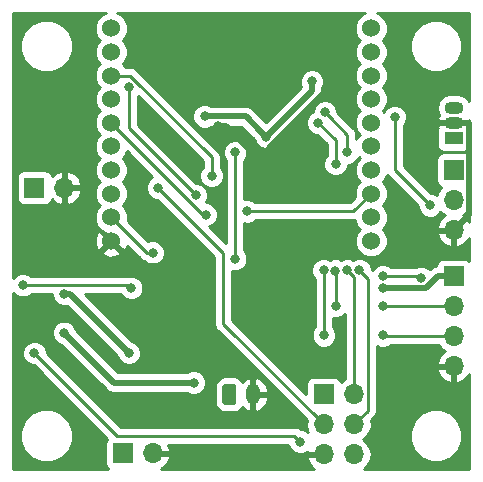
<source format=gbl>
G04 #@! TF.GenerationSoftware,KiCad,Pcbnew,5.0.2-bee76a0~70~ubuntu18.10.1*
G04 #@! TF.CreationDate,2019-06-30T16:33:55+01:00*
G04 #@! TF.ProjectId,xbee-sensor,78626565-2d73-4656-9e73-6f722e6b6963,rev?*
G04 #@! TF.SameCoordinates,Original*
G04 #@! TF.FileFunction,Copper,L2,Bot*
G04 #@! TF.FilePolarity,Positive*
%FSLAX46Y46*%
G04 Gerber Fmt 4.6, Leading zero omitted, Abs format (unit mm)*
G04 Created by KiCad (PCBNEW 5.0.2-bee76a0~70~ubuntu18.10.1) date Sun 30 Jun 2019 16:33:55 BST*
%MOMM*%
%LPD*%
G01*
G04 APERTURE LIST*
G04 #@! TA.AperFunction,ComponentPad*
%ADD10R,1.700000X1.700000*%
G04 #@! TD*
G04 #@! TA.AperFunction,ComponentPad*
%ADD11O,1.700000X1.700000*%
G04 #@! TD*
G04 #@! TA.AperFunction,Conductor*
%ADD12C,0.100000*%
G04 #@! TD*
G04 #@! TA.AperFunction,ComponentPad*
%ADD13C,1.200000*%
G04 #@! TD*
G04 #@! TA.AperFunction,ComponentPad*
%ADD14O,1.200000X1.750000*%
G04 #@! TD*
G04 #@! TA.AperFunction,ComponentPad*
%ADD15C,1.524000*%
G04 #@! TD*
G04 #@! TA.AperFunction,ComponentPad*
%ADD16R,1.600000X1.100000*%
G04 #@! TD*
G04 #@! TA.AperFunction,ComponentPad*
%ADD17O,1.600000X1.100000*%
G04 #@! TD*
G04 #@! TA.AperFunction,ViaPad*
%ADD18C,0.800000*%
G04 #@! TD*
G04 #@! TA.AperFunction,Conductor*
%ADD19C,0.500000*%
G04 #@! TD*
G04 #@! TA.AperFunction,Conductor*
%ADD20C,0.250000*%
G04 #@! TD*
G04 #@! TA.AperFunction,Conductor*
%ADD21C,0.254000*%
G04 #@! TD*
G04 APERTURE END LIST*
D10*
G04 #@! TO.P,J1,1*
G04 #@! TO.N,SOLAR*
X132000000Y-113000000D03*
D11*
G04 #@! TO.P,J1,2*
G04 #@! TO.N,GND*
X134540000Y-113000000D03*
G04 #@! TD*
D10*
G04 #@! TO.P,J2,1*
G04 #@! TO.N,+3V3*
X149000000Y-108000000D03*
D11*
G04 #@! TO.P,J2,2*
G04 #@! TO.N,SWDIO*
X151540000Y-108000000D03*
G04 #@! TO.P,J2,3*
G04 #@! TO.N,NRST*
X149000000Y-110540000D03*
G04 #@! TO.P,J2,4*
G04 #@! TO.N,SWCLK*
X151540000Y-110540000D03*
G04 #@! TO.P,J2,5*
G04 #@! TO.N,GND*
X149000000Y-113080000D03*
G04 #@! TO.P,J2,6*
G04 #@! TO.N,Net-(J2-Pad6)*
X151540000Y-113080000D03*
G04 #@! TD*
D10*
G04 #@! TO.P,J3,1*
G04 #@! TO.N,+3V3*
X160000000Y-98000000D03*
D11*
G04 #@! TO.P,J3,2*
G04 #@! TO.N,I2C_SDA*
X160000000Y-100540000D03*
G04 #@! TO.P,J3,3*
G04 #@! TO.N,I2C_SCL*
X160000000Y-103080000D03*
G04 #@! TO.P,J3,4*
G04 #@! TO.N,GND*
X160000000Y-105620000D03*
G04 #@! TD*
D12*
G04 #@! TO.N,BATTERY*
G04 #@! TO.C,J4*
G36*
X141374505Y-107126204D02*
X141398773Y-107129804D01*
X141422572Y-107135765D01*
X141445671Y-107144030D01*
X141467850Y-107154520D01*
X141488893Y-107167132D01*
X141508599Y-107181747D01*
X141526777Y-107198223D01*
X141543253Y-107216401D01*
X141557868Y-107236107D01*
X141570480Y-107257150D01*
X141580970Y-107279329D01*
X141589235Y-107302428D01*
X141595196Y-107326227D01*
X141598796Y-107350495D01*
X141600000Y-107374999D01*
X141600000Y-108625001D01*
X141598796Y-108649505D01*
X141595196Y-108673773D01*
X141589235Y-108697572D01*
X141580970Y-108720671D01*
X141570480Y-108742850D01*
X141557868Y-108763893D01*
X141543253Y-108783599D01*
X141526777Y-108801777D01*
X141508599Y-108818253D01*
X141488893Y-108832868D01*
X141467850Y-108845480D01*
X141445671Y-108855970D01*
X141422572Y-108864235D01*
X141398773Y-108870196D01*
X141374505Y-108873796D01*
X141350001Y-108875000D01*
X140649999Y-108875000D01*
X140625495Y-108873796D01*
X140601227Y-108870196D01*
X140577428Y-108864235D01*
X140554329Y-108855970D01*
X140532150Y-108845480D01*
X140511107Y-108832868D01*
X140491401Y-108818253D01*
X140473223Y-108801777D01*
X140456747Y-108783599D01*
X140442132Y-108763893D01*
X140429520Y-108742850D01*
X140419030Y-108720671D01*
X140410765Y-108697572D01*
X140404804Y-108673773D01*
X140401204Y-108649505D01*
X140400000Y-108625001D01*
X140400000Y-107374999D01*
X140401204Y-107350495D01*
X140404804Y-107326227D01*
X140410765Y-107302428D01*
X140419030Y-107279329D01*
X140429520Y-107257150D01*
X140442132Y-107236107D01*
X140456747Y-107216401D01*
X140473223Y-107198223D01*
X140491401Y-107181747D01*
X140511107Y-107167132D01*
X140532150Y-107154520D01*
X140554329Y-107144030D01*
X140577428Y-107135765D01*
X140601227Y-107129804D01*
X140625495Y-107126204D01*
X140649999Y-107125000D01*
X141350001Y-107125000D01*
X141374505Y-107126204D01*
X141374505Y-107126204D01*
G37*
D13*
G04 #@! TD*
G04 #@! TO.P,J4,1*
G04 #@! TO.N,BATTERY*
X141000000Y-108000000D03*
D14*
G04 #@! TO.P,J4,2*
G04 #@! TO.N,GND*
X143000000Y-108000000D03*
G04 #@! TD*
D10*
G04 #@! TO.P,J5,1*
G04 #@! TO.N,PIR_PWR*
X160000000Y-89000000D03*
D11*
G04 #@! TO.P,J5,2*
G04 #@! TO.N,PIR*
X160000000Y-91540000D03*
G04 #@! TO.P,J5,3*
G04 #@! TO.N,GND*
X160000000Y-94080000D03*
G04 #@! TD*
D15*
G04 #@! TO.P,U3,1*
G04 #@! TO.N,XBEE_PWR*
X131000000Y-77000000D03*
G04 #@! TO.P,U3,2*
G04 #@! TO.N,XB_RX*
X131000000Y-79000000D03*
G04 #@! TO.P,U3,3*
G04 #@! TO.N,XB_TX*
X131000000Y-81000000D03*
G04 #@! TO.P,U3,4*
G04 #@! TO.N,Net-(U3-Pad4)*
X131000000Y-83000000D03*
G04 #@! TO.P,U3,5*
G04 #@! TO.N,XB_RESET*
X131000000Y-85000000D03*
G04 #@! TO.P,U3,6*
G04 #@! TO.N,Net-(U3-Pad6)*
X131000000Y-87000000D03*
G04 #@! TO.P,U3,7*
G04 #@! TO.N,Net-(U3-Pad7)*
X131000000Y-89000000D03*
G04 #@! TO.P,U3,8*
G04 #@! TO.N,Net-(U3-Pad8)*
X131000000Y-91000000D03*
G04 #@! TO.P,U3,9*
G04 #@! TO.N,XB_SLEEP_REQ*
X131000000Y-93000000D03*
G04 #@! TO.P,U3,10*
G04 #@! TO.N,GND*
X131000000Y-95000000D03*
G04 #@! TO.P,U3,11*
G04 #@! TO.N,Net-(U3-Pad11)*
X153000000Y-95000000D03*
G04 #@! TO.P,U3,12*
G04 #@! TO.N,Net-(U3-Pad12)*
X153000000Y-93000000D03*
G04 #@! TO.P,U3,13*
G04 #@! TO.N,XB_ON*
X153000000Y-91000000D03*
G04 #@! TO.P,U3,14*
G04 #@! TO.N,Net-(U3-Pad14)*
X153000000Y-89000000D03*
G04 #@! TO.P,U3,15*
G04 #@! TO.N,Net-(U3-Pad15)*
X153000000Y-87000000D03*
G04 #@! TO.P,U3,16*
G04 #@! TO.N,Net-(U3-Pad16)*
X153000000Y-85000000D03*
G04 #@! TO.P,U3,17*
G04 #@! TO.N,Net-(U3-Pad17)*
X153000000Y-83000000D03*
G04 #@! TO.P,U3,18*
G04 #@! TO.N,Net-(U3-Pad18)*
X153000000Y-81000000D03*
G04 #@! TO.P,U3,19*
G04 #@! TO.N,Net-(U3-Pad19)*
X153000000Y-79000000D03*
G04 #@! TO.P,U3,20*
G04 #@! TO.N,Net-(U3-Pad20)*
X153000000Y-77000000D03*
G04 #@! TD*
D16*
G04 #@! TO.P,U5,1*
G04 #@! TO.N,+3V3*
X160000000Y-86270000D03*
D17*
G04 #@! TO.P,U5,2*
G04 #@! TO.N,GND*
X160000000Y-85000000D03*
G04 #@! TO.P,U5,3*
G04 #@! TO.N,HALL*
X160000000Y-83730000D03*
G04 #@! TD*
D10*
G04 #@! TO.P,JP1,1*
G04 #@! TO.N,LED_GND*
X124500000Y-90500000D03*
D11*
G04 #@! TO.P,JP1,2*
G04 #@! TO.N,GND*
X127040000Y-90500000D03*
G04 #@! TD*
D18*
G04 #@! TO.N,SOLAR*
X132500000Y-104500000D03*
X127000000Y-99477334D03*
G04 #@! TO.N,GND*
X144349989Y-89468638D03*
X140000000Y-85306327D03*
X139000000Y-97500000D03*
X149500000Y-82000000D03*
G04 #@! TO.N,BATTERY*
X138000000Y-107000000D03*
X127000000Y-102787500D03*
G04 #@! TO.N,+3V3*
X138898289Y-84456317D03*
X154000000Y-99000000D03*
X148000000Y-81500000D03*
X144106396Y-86191507D03*
G04 #@! TO.N,NRST*
X134949966Y-90499683D03*
G04 #@! TO.N,PIR*
X154000000Y-98000000D03*
X157250000Y-98149990D03*
G04 #@! TO.N,SWDIO*
X151000000Y-97500000D03*
X150000000Y-88500000D03*
X148500000Y-85000000D03*
G04 #@! TO.N,SWCLK*
X151000000Y-87500000D03*
X152011778Y-97486458D03*
X149101048Y-84101048D03*
G04 #@! TO.N,I2C_SDA*
X150000000Y-100500000D03*
X154000000Y-100500000D03*
X149987340Y-97512660D03*
G04 #@! TO.N,I2C_SCL*
X149000000Y-103000000D03*
X154000000Y-103000000D03*
X148987411Y-97499839D03*
G04 #@! TO.N,~LED_EN*
X141500000Y-87500000D03*
X141500000Y-96500000D03*
G04 #@! TO.N,LED_GND*
X123500000Y-98752324D03*
X124500000Y-104500000D03*
X147000000Y-112000000D03*
X132689808Y-99000005D03*
X158000000Y-92000000D03*
X155000000Y-84500000D03*
G04 #@! TO.N,XB_RX*
X132500000Y-82000000D03*
X138150155Y-91124835D03*
G04 #@! TO.N,XB_TX*
X139500000Y-89500000D03*
G04 #@! TO.N,XB_RESET*
X138982102Y-92774990D03*
G04 #@! TO.N,XB_SLEEP_REQ*
X134500000Y-96000000D03*
G04 #@! TO.N,XB_ON*
X142500000Y-92500000D03*
G04 #@! TD*
D19*
G04 #@! TO.N,SOLAR*
X127477334Y-99477334D02*
X127000000Y-99477334D01*
X132500000Y-104500000D02*
X127477334Y-99477334D01*
G04 #@! TO.N,GND*
X144349989Y-89468638D02*
X144349989Y-88902953D01*
X140753363Y-85306327D02*
X140565685Y-85306327D01*
X140565685Y-85306327D02*
X140000000Y-85306327D01*
X144349989Y-88902953D02*
X140753363Y-85306327D01*
X133100001Y-97100001D02*
X138600001Y-97100001D01*
X138600001Y-97100001D02*
X139000000Y-97500000D01*
X131000000Y-95000000D02*
X133100001Y-97100001D01*
X161300000Y-85000000D02*
X160000000Y-85000000D01*
X161300001Y-92779999D02*
X161300000Y-85000000D01*
X160000000Y-94080000D02*
X161300001Y-92779999D01*
X144349989Y-89468638D02*
X144349989Y-87150011D01*
X144349989Y-87150011D02*
X149500000Y-82000000D01*
G04 #@! TO.N,BATTERY*
X138000000Y-107000000D02*
X131212500Y-107000000D01*
X131212500Y-107000000D02*
X127000000Y-102787500D01*
G04 #@! TO.N,+3V3*
X160000000Y-98000000D02*
X158650000Y-98000000D01*
X158650000Y-98000000D02*
X157650000Y-99000000D01*
X157650000Y-99000000D02*
X154000000Y-99000000D01*
X142371206Y-84456317D02*
X143706397Y-85791508D01*
X148000000Y-82297903D02*
X144506395Y-85791508D01*
X144506395Y-85791508D02*
X144106396Y-86191507D01*
X143706397Y-85791508D02*
X144106396Y-86191507D01*
X138898289Y-84456317D02*
X142371206Y-84456317D01*
X148000000Y-81500000D02*
X148000000Y-82297903D01*
D20*
G04 #@! TO.N,NRST*
X134949966Y-90499683D02*
X140500000Y-96049717D01*
X140500000Y-102040000D02*
X149000000Y-110540000D01*
X140500000Y-96049717D02*
X140500000Y-102040000D01*
G04 #@! TO.N,PIR*
X157100010Y-98000000D02*
X157250000Y-98149990D01*
X154000000Y-98000000D02*
X157100010Y-98000000D01*
G04 #@! TO.N,SWDIO*
X151540000Y-108000000D02*
X151540000Y-98040000D01*
X151540000Y-98040000D02*
X151000000Y-97500000D01*
X150000000Y-86500000D02*
X148500000Y-85000000D01*
X150000000Y-88500000D02*
X150000000Y-86500000D01*
G04 #@! TO.N,SWCLK*
X152411777Y-97886457D02*
X152011778Y-97486458D01*
X151540000Y-110540000D02*
X152715001Y-109364999D01*
X152715001Y-109364999D02*
X152715001Y-98189681D01*
X152715001Y-98189681D02*
X152411777Y-97886457D01*
X151000000Y-87500000D02*
X151000000Y-86000000D01*
X149501047Y-84501047D02*
X149101048Y-84101048D01*
X151000000Y-86000000D02*
X149501047Y-84501047D01*
G04 #@! TO.N,I2C_SDA*
X160000000Y-100540000D02*
X154040000Y-100540000D01*
X154040000Y-100540000D02*
X154000000Y-100500000D01*
X150000000Y-100500000D02*
X150000000Y-97525320D01*
X150000000Y-97525320D02*
X149987340Y-97512660D01*
G04 #@! TO.N,I2C_SCL*
X154080000Y-103080000D02*
X154000000Y-103000000D01*
X160000000Y-103080000D02*
X154080000Y-103080000D01*
X149000000Y-103000000D02*
X149000000Y-97512428D01*
X149000000Y-97512428D02*
X148987411Y-97499839D01*
G04 #@! TO.N,~LED_EN*
X141500000Y-87500000D02*
X141500000Y-88065685D01*
X141500000Y-88065685D02*
X141500000Y-96500000D01*
G04 #@! TO.N,LED_GND*
X146500000Y-111500000D02*
X147000000Y-112000000D01*
X131500000Y-111500000D02*
X146500000Y-111500000D01*
X124500000Y-104500000D02*
X131500000Y-111500000D01*
X123500000Y-98752324D02*
X132442127Y-98752324D01*
X132442127Y-98752324D02*
X132689808Y-99000005D01*
X155000000Y-89000000D02*
X155000000Y-84500000D01*
X158000000Y-92000000D02*
X155000000Y-89000000D01*
G04 #@! TO.N,XB_RX*
X132500000Y-85474680D02*
X137750156Y-90724836D01*
X132500000Y-82000000D02*
X132500000Y-85474680D01*
X137750156Y-90724836D02*
X138150155Y-91124835D01*
G04 #@! TO.N,XB_TX*
X139500000Y-89500000D02*
X139500000Y-87926996D01*
X139500000Y-87926996D02*
X132573004Y-81000000D01*
X132077630Y-81000000D02*
X131000000Y-81000000D01*
X132573004Y-81000000D02*
X132077630Y-81000000D01*
G04 #@! TO.N,XB_RESET*
X138774990Y-92774990D02*
X138982102Y-92774990D01*
X131000000Y-85000000D02*
X138774990Y-92774990D01*
G04 #@! TO.N,XB_SLEEP_REQ*
X134000000Y-96000000D02*
X134500000Y-96000000D01*
X131000000Y-93000000D02*
X134000000Y-96000000D01*
G04 #@! TO.N,XB_ON*
X151500000Y-92500000D02*
X153000000Y-91000000D01*
X142500000Y-92500000D02*
X151500000Y-92500000D01*
G04 #@! TD*
D21*
G04 #@! TO.N,GND*
G36*
X158929375Y-104150625D02*
X159248478Y-104363843D01*
X159118642Y-104424817D01*
X158728355Y-104853076D01*
X158558524Y-105263110D01*
X158679845Y-105493000D01*
X159873000Y-105493000D01*
X159873000Y-105473000D01*
X160127000Y-105473000D01*
X160127000Y-105493000D01*
X160147000Y-105493000D01*
X160147000Y-105747000D01*
X160127000Y-105747000D01*
X160127000Y-106940819D01*
X160356892Y-107061486D01*
X160881358Y-106815183D01*
X161271645Y-106386924D01*
X161315001Y-106282247D01*
X161315001Y-114315000D01*
X152364620Y-114315000D01*
X152610625Y-114150625D01*
X152938839Y-113659418D01*
X153054092Y-113080000D01*
X152938839Y-112500582D01*
X152610625Y-112009375D01*
X152312239Y-111810000D01*
X152610625Y-111610625D01*
X152938839Y-111119418D01*
X152951566Y-111055431D01*
X156265000Y-111055431D01*
X156265000Y-111944569D01*
X156605259Y-112766026D01*
X157233974Y-113394741D01*
X158055431Y-113735000D01*
X158944569Y-113735000D01*
X159766026Y-113394741D01*
X160394741Y-112766026D01*
X160735000Y-111944569D01*
X160735000Y-111055431D01*
X160394741Y-110233974D01*
X159766026Y-109605259D01*
X158944569Y-109265000D01*
X158055431Y-109265000D01*
X157233974Y-109605259D01*
X156605259Y-110233974D01*
X156265000Y-111055431D01*
X152951566Y-111055431D01*
X153054092Y-110540000D01*
X152981209Y-110173593D01*
X153199477Y-109955326D01*
X153262930Y-109912928D01*
X153305328Y-109849475D01*
X153305330Y-109849473D01*
X153430904Y-109661537D01*
X153430905Y-109661536D01*
X153475001Y-109439851D01*
X153475001Y-109439847D01*
X153489889Y-109365000D01*
X153475001Y-109290153D01*
X153475001Y-105976890D01*
X158558524Y-105976890D01*
X158728355Y-106386924D01*
X159118642Y-106815183D01*
X159643108Y-107061486D01*
X159873000Y-106940819D01*
X159873000Y-105747000D01*
X158679845Y-105747000D01*
X158558524Y-105976890D01*
X153475001Y-105976890D01*
X153475001Y-103902814D01*
X153794126Y-104035000D01*
X154205874Y-104035000D01*
X154586280Y-103877431D01*
X154623711Y-103840000D01*
X158721822Y-103840000D01*
X158929375Y-104150625D01*
X158929375Y-104150625D01*
G37*
X158929375Y-104150625D02*
X159248478Y-104363843D01*
X159118642Y-104424817D01*
X158728355Y-104853076D01*
X158558524Y-105263110D01*
X158679845Y-105493000D01*
X159873000Y-105493000D01*
X159873000Y-105473000D01*
X160127000Y-105473000D01*
X160127000Y-105493000D01*
X160147000Y-105493000D01*
X160147000Y-105747000D01*
X160127000Y-105747000D01*
X160127000Y-106940819D01*
X160356892Y-107061486D01*
X160881358Y-106815183D01*
X161271645Y-106386924D01*
X161315001Y-106282247D01*
X161315001Y-114315000D01*
X152364620Y-114315000D01*
X152610625Y-114150625D01*
X152938839Y-113659418D01*
X153054092Y-113080000D01*
X152938839Y-112500582D01*
X152610625Y-112009375D01*
X152312239Y-111810000D01*
X152610625Y-111610625D01*
X152938839Y-111119418D01*
X152951566Y-111055431D01*
X156265000Y-111055431D01*
X156265000Y-111944569D01*
X156605259Y-112766026D01*
X157233974Y-113394741D01*
X158055431Y-113735000D01*
X158944569Y-113735000D01*
X159766026Y-113394741D01*
X160394741Y-112766026D01*
X160735000Y-111944569D01*
X160735000Y-111055431D01*
X160394741Y-110233974D01*
X159766026Y-109605259D01*
X158944569Y-109265000D01*
X158055431Y-109265000D01*
X157233974Y-109605259D01*
X156605259Y-110233974D01*
X156265000Y-111055431D01*
X152951566Y-111055431D01*
X153054092Y-110540000D01*
X152981209Y-110173593D01*
X153199477Y-109955326D01*
X153262930Y-109912928D01*
X153305328Y-109849475D01*
X153305330Y-109849473D01*
X153430904Y-109661537D01*
X153430905Y-109661536D01*
X153475001Y-109439851D01*
X153475001Y-109439847D01*
X153489889Y-109365000D01*
X153475001Y-109290153D01*
X153475001Y-105976890D01*
X158558524Y-105976890D01*
X158728355Y-106386924D01*
X159118642Y-106815183D01*
X159643108Y-107061486D01*
X159873000Y-106940819D01*
X159873000Y-105747000D01*
X158679845Y-105747000D01*
X158558524Y-105976890D01*
X153475001Y-105976890D01*
X153475001Y-103902814D01*
X153794126Y-104035000D01*
X154205874Y-104035000D01*
X154586280Y-103877431D01*
X154623711Y-103840000D01*
X158721822Y-103840000D01*
X158929375Y-104150625D01*
G36*
X146122569Y-112586280D02*
X146413720Y-112877431D01*
X146794126Y-113035000D01*
X147205874Y-113035000D01*
X147586280Y-112877431D01*
X147621420Y-112842291D01*
X147679845Y-112953000D01*
X148873000Y-112953000D01*
X148873000Y-112933000D01*
X149127000Y-112933000D01*
X149127000Y-112953000D01*
X149147000Y-112953000D01*
X149147000Y-113207000D01*
X149127000Y-113207000D01*
X149127000Y-113227000D01*
X148873000Y-113227000D01*
X148873000Y-113207000D01*
X147679845Y-113207000D01*
X147558524Y-113436890D01*
X147728355Y-113846924D01*
X148118642Y-114275183D01*
X148203426Y-114315000D01*
X135202249Y-114315000D01*
X135306924Y-114271645D01*
X135735183Y-113881358D01*
X135981486Y-113356892D01*
X135860819Y-113127000D01*
X134667000Y-113127000D01*
X134667000Y-113147000D01*
X134413000Y-113147000D01*
X134413000Y-113127000D01*
X134393000Y-113127000D01*
X134393000Y-112873000D01*
X134413000Y-112873000D01*
X134413000Y-112853000D01*
X134667000Y-112853000D01*
X134667000Y-112873000D01*
X135860819Y-112873000D01*
X135981486Y-112643108D01*
X135801568Y-112260000D01*
X145987420Y-112260000D01*
X146122569Y-112586280D01*
X146122569Y-112586280D01*
G37*
X146122569Y-112586280D02*
X146413720Y-112877431D01*
X146794126Y-113035000D01*
X147205874Y-113035000D01*
X147586280Y-112877431D01*
X147621420Y-112842291D01*
X147679845Y-112953000D01*
X148873000Y-112953000D01*
X148873000Y-112933000D01*
X149127000Y-112933000D01*
X149127000Y-112953000D01*
X149147000Y-112953000D01*
X149147000Y-113207000D01*
X149127000Y-113207000D01*
X149127000Y-113227000D01*
X148873000Y-113227000D01*
X148873000Y-113207000D01*
X147679845Y-113207000D01*
X147558524Y-113436890D01*
X147728355Y-113846924D01*
X148118642Y-114275183D01*
X148203426Y-114315000D01*
X135202249Y-114315000D01*
X135306924Y-114271645D01*
X135735183Y-113881358D01*
X135981486Y-113356892D01*
X135860819Y-113127000D01*
X134667000Y-113127000D01*
X134667000Y-113147000D01*
X134413000Y-113147000D01*
X134413000Y-113127000D01*
X134393000Y-113127000D01*
X134393000Y-112873000D01*
X134413000Y-112873000D01*
X134413000Y-112853000D01*
X134667000Y-112853000D01*
X134667000Y-112873000D01*
X135860819Y-112873000D01*
X135981486Y-112643108D01*
X135801568Y-112260000D01*
X145987420Y-112260000D01*
X146122569Y-112586280D01*
G36*
X130208663Y-75815680D02*
X129815680Y-76208663D01*
X129603000Y-76722119D01*
X129603000Y-77277881D01*
X129815680Y-77791337D01*
X130024343Y-78000000D01*
X129815680Y-78208663D01*
X129603000Y-78722119D01*
X129603000Y-79277881D01*
X129815680Y-79791337D01*
X130024343Y-80000000D01*
X129815680Y-80208663D01*
X129603000Y-80722119D01*
X129603000Y-81277881D01*
X129815680Y-81791337D01*
X130024343Y-82000000D01*
X129815680Y-82208663D01*
X129603000Y-82722119D01*
X129603000Y-83277881D01*
X129815680Y-83791337D01*
X130024343Y-84000000D01*
X129815680Y-84208663D01*
X129603000Y-84722119D01*
X129603000Y-85277881D01*
X129815680Y-85791337D01*
X130024343Y-86000000D01*
X129815680Y-86208663D01*
X129603000Y-86722119D01*
X129603000Y-87277881D01*
X129815680Y-87791337D01*
X130024343Y-88000000D01*
X129815680Y-88208663D01*
X129603000Y-88722119D01*
X129603000Y-89277881D01*
X129815680Y-89791337D01*
X130024343Y-90000000D01*
X129815680Y-90208663D01*
X129603000Y-90722119D01*
X129603000Y-91277881D01*
X129815680Y-91791337D01*
X130024343Y-92000000D01*
X129815680Y-92208663D01*
X129603000Y-92722119D01*
X129603000Y-93277881D01*
X129815680Y-93791337D01*
X130208663Y-94184320D01*
X130473711Y-94294106D01*
X131000000Y-94820395D01*
X131014143Y-94806253D01*
X131193748Y-94985858D01*
X131179605Y-95000000D01*
X131980213Y-95800608D01*
X132222397Y-95731143D01*
X132336504Y-95411306D01*
X133409671Y-96484473D01*
X133452071Y-96547929D01*
X133515527Y-96590329D01*
X133703462Y-96715904D01*
X133748945Y-96724951D01*
X133764293Y-96728004D01*
X133913720Y-96877431D01*
X134294126Y-97035000D01*
X134705874Y-97035000D01*
X135086280Y-96877431D01*
X135377431Y-96586280D01*
X135535000Y-96205874D01*
X135535000Y-95794126D01*
X135377431Y-95413720D01*
X135086280Y-95122569D01*
X134705874Y-94965000D01*
X134294126Y-94965000D01*
X134114292Y-95039490D01*
X132384020Y-93309218D01*
X132397000Y-93277881D01*
X132397000Y-92722119D01*
X132184320Y-92208663D01*
X131975657Y-92000000D01*
X132184320Y-91791337D01*
X132397000Y-91277881D01*
X132397000Y-90722119D01*
X132184320Y-90208663D01*
X131975657Y-90000000D01*
X132184320Y-89791337D01*
X132397000Y-89277881D01*
X132397000Y-88722119D01*
X132184320Y-88208663D01*
X131975657Y-88000000D01*
X132184320Y-87791337D01*
X132340202Y-87415004D01*
X134493627Y-89568429D01*
X134363686Y-89622252D01*
X134072535Y-89913403D01*
X133914966Y-90293809D01*
X133914966Y-90705557D01*
X134072535Y-91085963D01*
X134363686Y-91377114D01*
X134744092Y-91534683D01*
X134910165Y-91534683D01*
X139740000Y-96364520D01*
X139740001Y-101965148D01*
X139725112Y-102040000D01*
X139784097Y-102336537D01*
X139893709Y-102500582D01*
X139952072Y-102587929D01*
X140015528Y-102630329D01*
X147558791Y-110173593D01*
X147485908Y-110540000D01*
X147601161Y-111119418D01*
X147637471Y-111173760D01*
X147586280Y-111122569D01*
X147205874Y-110965000D01*
X147056568Y-110965000D01*
X147047929Y-110952071D01*
X146796537Y-110784096D01*
X146574852Y-110740000D01*
X146574847Y-110740000D01*
X146500000Y-110725112D01*
X146425153Y-110740000D01*
X131814802Y-110740000D01*
X125535000Y-104460199D01*
X125535000Y-104294126D01*
X125377431Y-103913720D01*
X125086280Y-103622569D01*
X124705874Y-103465000D01*
X124294126Y-103465000D01*
X123913720Y-103622569D01*
X123622569Y-103913720D01*
X123465000Y-104294126D01*
X123465000Y-104705874D01*
X123622569Y-105086280D01*
X123913720Y-105377431D01*
X124294126Y-105535000D01*
X124460199Y-105535000D01*
X130662229Y-111737031D01*
X130551843Y-111902235D01*
X130502560Y-112150000D01*
X130502560Y-113850000D01*
X130551843Y-114097765D01*
X130692191Y-114307809D01*
X130702953Y-114315000D01*
X122685000Y-114315000D01*
X122685000Y-111055431D01*
X123265000Y-111055431D01*
X123265000Y-111944569D01*
X123605259Y-112766026D01*
X124233974Y-113394741D01*
X125055431Y-113735000D01*
X125944569Y-113735000D01*
X126766026Y-113394741D01*
X127394741Y-112766026D01*
X127735000Y-111944569D01*
X127735000Y-111055431D01*
X127394741Y-110233974D01*
X126766026Y-109605259D01*
X125944569Y-109265000D01*
X125055431Y-109265000D01*
X124233974Y-109605259D01*
X123605259Y-110233974D01*
X123265000Y-111055431D01*
X122685000Y-111055431D01*
X122685000Y-102581626D01*
X125965000Y-102581626D01*
X125965000Y-102993374D01*
X126122569Y-103373780D01*
X126413720Y-103664931D01*
X126775853Y-103814931D01*
X130525077Y-107564156D01*
X130574451Y-107638049D01*
X130648344Y-107687423D01*
X130648345Y-107687424D01*
X130867190Y-107833652D01*
X131125335Y-107885000D01*
X131125339Y-107885000D01*
X131212500Y-107902337D01*
X131299661Y-107885000D01*
X137431993Y-107885000D01*
X137794126Y-108035000D01*
X138205874Y-108035000D01*
X138586280Y-107877431D01*
X138877431Y-107586280D01*
X138964946Y-107374999D01*
X139752560Y-107374999D01*
X139752560Y-108625001D01*
X139820873Y-108968436D01*
X140015414Y-109259586D01*
X140306564Y-109454127D01*
X140649999Y-109522440D01*
X141350001Y-109522440D01*
X141693436Y-109454127D01*
X141984586Y-109259586D01*
X142096127Y-109092653D01*
X142216526Y-109238080D01*
X142644719Y-109464592D01*
X142682391Y-109468462D01*
X142873000Y-109343731D01*
X142873000Y-108127000D01*
X143127000Y-108127000D01*
X143127000Y-109343731D01*
X143317609Y-109468462D01*
X143355281Y-109464592D01*
X143783474Y-109238080D01*
X144092390Y-108864947D01*
X144235000Y-108402000D01*
X144235000Y-108127000D01*
X143127000Y-108127000D01*
X142873000Y-108127000D01*
X142853000Y-108127000D01*
X142853000Y-107873000D01*
X142873000Y-107873000D01*
X142873000Y-106656269D01*
X143127000Y-106656269D01*
X143127000Y-107873000D01*
X144235000Y-107873000D01*
X144235000Y-107598000D01*
X144092390Y-107135053D01*
X143783474Y-106761920D01*
X143355281Y-106535408D01*
X143317609Y-106531538D01*
X143127000Y-106656269D01*
X142873000Y-106656269D01*
X142682391Y-106531538D01*
X142644719Y-106535408D01*
X142216526Y-106761920D01*
X142096127Y-106907347D01*
X141984586Y-106740414D01*
X141693436Y-106545873D01*
X141350001Y-106477560D01*
X140649999Y-106477560D01*
X140306564Y-106545873D01*
X140015414Y-106740414D01*
X139820873Y-107031564D01*
X139752560Y-107374999D01*
X138964946Y-107374999D01*
X139035000Y-107205874D01*
X139035000Y-106794126D01*
X138877431Y-106413720D01*
X138586280Y-106122569D01*
X138205874Y-105965000D01*
X137794126Y-105965000D01*
X137431993Y-106115000D01*
X131579079Y-106115000D01*
X128027431Y-102563353D01*
X127877431Y-102201220D01*
X127586280Y-101910069D01*
X127205874Y-101752500D01*
X126794126Y-101752500D01*
X126413720Y-101910069D01*
X126122569Y-102201220D01*
X125965000Y-102581626D01*
X122685000Y-102581626D01*
X122685000Y-99401035D01*
X122913720Y-99629755D01*
X123294126Y-99787324D01*
X123705874Y-99787324D01*
X124086280Y-99629755D01*
X124203711Y-99512324D01*
X125965000Y-99512324D01*
X125965000Y-99683208D01*
X126122569Y-100063614D01*
X126413720Y-100354765D01*
X126794126Y-100512334D01*
X127205874Y-100512334D01*
X127244681Y-100496259D01*
X131472569Y-104724148D01*
X131622569Y-105086280D01*
X131913720Y-105377431D01*
X132294126Y-105535000D01*
X132705874Y-105535000D01*
X133086280Y-105377431D01*
X133377431Y-105086280D01*
X133535000Y-104705874D01*
X133535000Y-104294126D01*
X133377431Y-103913720D01*
X133086280Y-103622569D01*
X132724148Y-103472569D01*
X128763902Y-99512324D01*
X131781741Y-99512324D01*
X131812377Y-99586285D01*
X132103528Y-99877436D01*
X132483934Y-100035005D01*
X132895682Y-100035005D01*
X133276088Y-99877436D01*
X133567239Y-99586285D01*
X133724808Y-99205879D01*
X133724808Y-98794131D01*
X133567239Y-98413725D01*
X133276088Y-98122574D01*
X132895682Y-97965005D01*
X132483934Y-97965005D01*
X132450096Y-97979021D01*
X132442127Y-97977436D01*
X132367280Y-97992324D01*
X124203711Y-97992324D01*
X124086280Y-97874893D01*
X123705874Y-97717324D01*
X123294126Y-97717324D01*
X122913720Y-97874893D01*
X122685000Y-98103613D01*
X122685000Y-95980213D01*
X130199392Y-95980213D01*
X130268857Y-96222397D01*
X130792302Y-96409144D01*
X131347368Y-96381362D01*
X131731143Y-96222397D01*
X131800608Y-95980213D01*
X131000000Y-95179605D01*
X130199392Y-95980213D01*
X122685000Y-95980213D01*
X122685000Y-94792302D01*
X129590856Y-94792302D01*
X129618638Y-95347368D01*
X129777603Y-95731143D01*
X130019787Y-95800608D01*
X130820395Y-95000000D01*
X130019787Y-94199392D01*
X129777603Y-94268857D01*
X129590856Y-94792302D01*
X122685000Y-94792302D01*
X122685000Y-89650000D01*
X123002560Y-89650000D01*
X123002560Y-91350000D01*
X123051843Y-91597765D01*
X123192191Y-91807809D01*
X123402235Y-91948157D01*
X123650000Y-91997440D01*
X125350000Y-91997440D01*
X125597765Y-91948157D01*
X125807809Y-91807809D01*
X125948157Y-91597765D01*
X125968739Y-91494292D01*
X126273076Y-91771645D01*
X126683110Y-91941476D01*
X126913000Y-91820155D01*
X126913000Y-90627000D01*
X127167000Y-90627000D01*
X127167000Y-91820155D01*
X127396890Y-91941476D01*
X127806924Y-91771645D01*
X128235183Y-91381358D01*
X128481486Y-90856892D01*
X128360819Y-90627000D01*
X127167000Y-90627000D01*
X126913000Y-90627000D01*
X126893000Y-90627000D01*
X126893000Y-90373000D01*
X126913000Y-90373000D01*
X126913000Y-89179845D01*
X127167000Y-89179845D01*
X127167000Y-90373000D01*
X128360819Y-90373000D01*
X128481486Y-90143108D01*
X128235183Y-89618642D01*
X127806924Y-89228355D01*
X127396890Y-89058524D01*
X127167000Y-89179845D01*
X126913000Y-89179845D01*
X126683110Y-89058524D01*
X126273076Y-89228355D01*
X125968739Y-89505708D01*
X125948157Y-89402235D01*
X125807809Y-89192191D01*
X125597765Y-89051843D01*
X125350000Y-89002560D01*
X123650000Y-89002560D01*
X123402235Y-89051843D01*
X123192191Y-89192191D01*
X123051843Y-89402235D01*
X123002560Y-89650000D01*
X122685000Y-89650000D01*
X122685000Y-78055431D01*
X123265000Y-78055431D01*
X123265000Y-78944569D01*
X123605259Y-79766026D01*
X124233974Y-80394741D01*
X125055431Y-80735000D01*
X125944569Y-80735000D01*
X126766026Y-80394741D01*
X127394741Y-79766026D01*
X127735000Y-78944569D01*
X127735000Y-78055431D01*
X127394741Y-77233974D01*
X126766026Y-76605259D01*
X125944569Y-76265000D01*
X125055431Y-76265000D01*
X124233974Y-76605259D01*
X123605259Y-77233974D01*
X123265000Y-78055431D01*
X122685000Y-78055431D01*
X122685000Y-75685000D01*
X130524153Y-75685000D01*
X130208663Y-75815680D01*
X130208663Y-75815680D01*
G37*
X130208663Y-75815680D02*
X129815680Y-76208663D01*
X129603000Y-76722119D01*
X129603000Y-77277881D01*
X129815680Y-77791337D01*
X130024343Y-78000000D01*
X129815680Y-78208663D01*
X129603000Y-78722119D01*
X129603000Y-79277881D01*
X129815680Y-79791337D01*
X130024343Y-80000000D01*
X129815680Y-80208663D01*
X129603000Y-80722119D01*
X129603000Y-81277881D01*
X129815680Y-81791337D01*
X130024343Y-82000000D01*
X129815680Y-82208663D01*
X129603000Y-82722119D01*
X129603000Y-83277881D01*
X129815680Y-83791337D01*
X130024343Y-84000000D01*
X129815680Y-84208663D01*
X129603000Y-84722119D01*
X129603000Y-85277881D01*
X129815680Y-85791337D01*
X130024343Y-86000000D01*
X129815680Y-86208663D01*
X129603000Y-86722119D01*
X129603000Y-87277881D01*
X129815680Y-87791337D01*
X130024343Y-88000000D01*
X129815680Y-88208663D01*
X129603000Y-88722119D01*
X129603000Y-89277881D01*
X129815680Y-89791337D01*
X130024343Y-90000000D01*
X129815680Y-90208663D01*
X129603000Y-90722119D01*
X129603000Y-91277881D01*
X129815680Y-91791337D01*
X130024343Y-92000000D01*
X129815680Y-92208663D01*
X129603000Y-92722119D01*
X129603000Y-93277881D01*
X129815680Y-93791337D01*
X130208663Y-94184320D01*
X130473711Y-94294106D01*
X131000000Y-94820395D01*
X131014143Y-94806253D01*
X131193748Y-94985858D01*
X131179605Y-95000000D01*
X131980213Y-95800608D01*
X132222397Y-95731143D01*
X132336504Y-95411306D01*
X133409671Y-96484473D01*
X133452071Y-96547929D01*
X133515527Y-96590329D01*
X133703462Y-96715904D01*
X133748945Y-96724951D01*
X133764293Y-96728004D01*
X133913720Y-96877431D01*
X134294126Y-97035000D01*
X134705874Y-97035000D01*
X135086280Y-96877431D01*
X135377431Y-96586280D01*
X135535000Y-96205874D01*
X135535000Y-95794126D01*
X135377431Y-95413720D01*
X135086280Y-95122569D01*
X134705874Y-94965000D01*
X134294126Y-94965000D01*
X134114292Y-95039490D01*
X132384020Y-93309218D01*
X132397000Y-93277881D01*
X132397000Y-92722119D01*
X132184320Y-92208663D01*
X131975657Y-92000000D01*
X132184320Y-91791337D01*
X132397000Y-91277881D01*
X132397000Y-90722119D01*
X132184320Y-90208663D01*
X131975657Y-90000000D01*
X132184320Y-89791337D01*
X132397000Y-89277881D01*
X132397000Y-88722119D01*
X132184320Y-88208663D01*
X131975657Y-88000000D01*
X132184320Y-87791337D01*
X132340202Y-87415004D01*
X134493627Y-89568429D01*
X134363686Y-89622252D01*
X134072535Y-89913403D01*
X133914966Y-90293809D01*
X133914966Y-90705557D01*
X134072535Y-91085963D01*
X134363686Y-91377114D01*
X134744092Y-91534683D01*
X134910165Y-91534683D01*
X139740000Y-96364520D01*
X139740001Y-101965148D01*
X139725112Y-102040000D01*
X139784097Y-102336537D01*
X139893709Y-102500582D01*
X139952072Y-102587929D01*
X140015528Y-102630329D01*
X147558791Y-110173593D01*
X147485908Y-110540000D01*
X147601161Y-111119418D01*
X147637471Y-111173760D01*
X147586280Y-111122569D01*
X147205874Y-110965000D01*
X147056568Y-110965000D01*
X147047929Y-110952071D01*
X146796537Y-110784096D01*
X146574852Y-110740000D01*
X146574847Y-110740000D01*
X146500000Y-110725112D01*
X146425153Y-110740000D01*
X131814802Y-110740000D01*
X125535000Y-104460199D01*
X125535000Y-104294126D01*
X125377431Y-103913720D01*
X125086280Y-103622569D01*
X124705874Y-103465000D01*
X124294126Y-103465000D01*
X123913720Y-103622569D01*
X123622569Y-103913720D01*
X123465000Y-104294126D01*
X123465000Y-104705874D01*
X123622569Y-105086280D01*
X123913720Y-105377431D01*
X124294126Y-105535000D01*
X124460199Y-105535000D01*
X130662229Y-111737031D01*
X130551843Y-111902235D01*
X130502560Y-112150000D01*
X130502560Y-113850000D01*
X130551843Y-114097765D01*
X130692191Y-114307809D01*
X130702953Y-114315000D01*
X122685000Y-114315000D01*
X122685000Y-111055431D01*
X123265000Y-111055431D01*
X123265000Y-111944569D01*
X123605259Y-112766026D01*
X124233974Y-113394741D01*
X125055431Y-113735000D01*
X125944569Y-113735000D01*
X126766026Y-113394741D01*
X127394741Y-112766026D01*
X127735000Y-111944569D01*
X127735000Y-111055431D01*
X127394741Y-110233974D01*
X126766026Y-109605259D01*
X125944569Y-109265000D01*
X125055431Y-109265000D01*
X124233974Y-109605259D01*
X123605259Y-110233974D01*
X123265000Y-111055431D01*
X122685000Y-111055431D01*
X122685000Y-102581626D01*
X125965000Y-102581626D01*
X125965000Y-102993374D01*
X126122569Y-103373780D01*
X126413720Y-103664931D01*
X126775853Y-103814931D01*
X130525077Y-107564156D01*
X130574451Y-107638049D01*
X130648344Y-107687423D01*
X130648345Y-107687424D01*
X130867190Y-107833652D01*
X131125335Y-107885000D01*
X131125339Y-107885000D01*
X131212500Y-107902337D01*
X131299661Y-107885000D01*
X137431993Y-107885000D01*
X137794126Y-108035000D01*
X138205874Y-108035000D01*
X138586280Y-107877431D01*
X138877431Y-107586280D01*
X138964946Y-107374999D01*
X139752560Y-107374999D01*
X139752560Y-108625001D01*
X139820873Y-108968436D01*
X140015414Y-109259586D01*
X140306564Y-109454127D01*
X140649999Y-109522440D01*
X141350001Y-109522440D01*
X141693436Y-109454127D01*
X141984586Y-109259586D01*
X142096127Y-109092653D01*
X142216526Y-109238080D01*
X142644719Y-109464592D01*
X142682391Y-109468462D01*
X142873000Y-109343731D01*
X142873000Y-108127000D01*
X143127000Y-108127000D01*
X143127000Y-109343731D01*
X143317609Y-109468462D01*
X143355281Y-109464592D01*
X143783474Y-109238080D01*
X144092390Y-108864947D01*
X144235000Y-108402000D01*
X144235000Y-108127000D01*
X143127000Y-108127000D01*
X142873000Y-108127000D01*
X142853000Y-108127000D01*
X142853000Y-107873000D01*
X142873000Y-107873000D01*
X142873000Y-106656269D01*
X143127000Y-106656269D01*
X143127000Y-107873000D01*
X144235000Y-107873000D01*
X144235000Y-107598000D01*
X144092390Y-107135053D01*
X143783474Y-106761920D01*
X143355281Y-106535408D01*
X143317609Y-106531538D01*
X143127000Y-106656269D01*
X142873000Y-106656269D01*
X142682391Y-106531538D01*
X142644719Y-106535408D01*
X142216526Y-106761920D01*
X142096127Y-106907347D01*
X141984586Y-106740414D01*
X141693436Y-106545873D01*
X141350001Y-106477560D01*
X140649999Y-106477560D01*
X140306564Y-106545873D01*
X140015414Y-106740414D01*
X139820873Y-107031564D01*
X139752560Y-107374999D01*
X138964946Y-107374999D01*
X139035000Y-107205874D01*
X139035000Y-106794126D01*
X138877431Y-106413720D01*
X138586280Y-106122569D01*
X138205874Y-105965000D01*
X137794126Y-105965000D01*
X137431993Y-106115000D01*
X131579079Y-106115000D01*
X128027431Y-102563353D01*
X127877431Y-102201220D01*
X127586280Y-101910069D01*
X127205874Y-101752500D01*
X126794126Y-101752500D01*
X126413720Y-101910069D01*
X126122569Y-102201220D01*
X125965000Y-102581626D01*
X122685000Y-102581626D01*
X122685000Y-99401035D01*
X122913720Y-99629755D01*
X123294126Y-99787324D01*
X123705874Y-99787324D01*
X124086280Y-99629755D01*
X124203711Y-99512324D01*
X125965000Y-99512324D01*
X125965000Y-99683208D01*
X126122569Y-100063614D01*
X126413720Y-100354765D01*
X126794126Y-100512334D01*
X127205874Y-100512334D01*
X127244681Y-100496259D01*
X131472569Y-104724148D01*
X131622569Y-105086280D01*
X131913720Y-105377431D01*
X132294126Y-105535000D01*
X132705874Y-105535000D01*
X133086280Y-105377431D01*
X133377431Y-105086280D01*
X133535000Y-104705874D01*
X133535000Y-104294126D01*
X133377431Y-103913720D01*
X133086280Y-103622569D01*
X132724148Y-103472569D01*
X128763902Y-99512324D01*
X131781741Y-99512324D01*
X131812377Y-99586285D01*
X132103528Y-99877436D01*
X132483934Y-100035005D01*
X132895682Y-100035005D01*
X133276088Y-99877436D01*
X133567239Y-99586285D01*
X133724808Y-99205879D01*
X133724808Y-98794131D01*
X133567239Y-98413725D01*
X133276088Y-98122574D01*
X132895682Y-97965005D01*
X132483934Y-97965005D01*
X132450096Y-97979021D01*
X132442127Y-97977436D01*
X132367280Y-97992324D01*
X124203711Y-97992324D01*
X124086280Y-97874893D01*
X123705874Y-97717324D01*
X123294126Y-97717324D01*
X122913720Y-97874893D01*
X122685000Y-98103613D01*
X122685000Y-95980213D01*
X130199392Y-95980213D01*
X130268857Y-96222397D01*
X130792302Y-96409144D01*
X131347368Y-96381362D01*
X131731143Y-96222397D01*
X131800608Y-95980213D01*
X131000000Y-95179605D01*
X130199392Y-95980213D01*
X122685000Y-95980213D01*
X122685000Y-94792302D01*
X129590856Y-94792302D01*
X129618638Y-95347368D01*
X129777603Y-95731143D01*
X130019787Y-95800608D01*
X130820395Y-95000000D01*
X130019787Y-94199392D01*
X129777603Y-94268857D01*
X129590856Y-94792302D01*
X122685000Y-94792302D01*
X122685000Y-89650000D01*
X123002560Y-89650000D01*
X123002560Y-91350000D01*
X123051843Y-91597765D01*
X123192191Y-91807809D01*
X123402235Y-91948157D01*
X123650000Y-91997440D01*
X125350000Y-91997440D01*
X125597765Y-91948157D01*
X125807809Y-91807809D01*
X125948157Y-91597765D01*
X125968739Y-91494292D01*
X126273076Y-91771645D01*
X126683110Y-91941476D01*
X126913000Y-91820155D01*
X126913000Y-90627000D01*
X127167000Y-90627000D01*
X127167000Y-91820155D01*
X127396890Y-91941476D01*
X127806924Y-91771645D01*
X128235183Y-91381358D01*
X128481486Y-90856892D01*
X128360819Y-90627000D01*
X127167000Y-90627000D01*
X126913000Y-90627000D01*
X126893000Y-90627000D01*
X126893000Y-90373000D01*
X126913000Y-90373000D01*
X126913000Y-89179845D01*
X127167000Y-89179845D01*
X127167000Y-90373000D01*
X128360819Y-90373000D01*
X128481486Y-90143108D01*
X128235183Y-89618642D01*
X127806924Y-89228355D01*
X127396890Y-89058524D01*
X127167000Y-89179845D01*
X126913000Y-89179845D01*
X126683110Y-89058524D01*
X126273076Y-89228355D01*
X125968739Y-89505708D01*
X125948157Y-89402235D01*
X125807809Y-89192191D01*
X125597765Y-89051843D01*
X125350000Y-89002560D01*
X123650000Y-89002560D01*
X123402235Y-89051843D01*
X123192191Y-89192191D01*
X123051843Y-89402235D01*
X123002560Y-89650000D01*
X122685000Y-89650000D01*
X122685000Y-78055431D01*
X123265000Y-78055431D01*
X123265000Y-78944569D01*
X123605259Y-79766026D01*
X124233974Y-80394741D01*
X125055431Y-80735000D01*
X125944569Y-80735000D01*
X126766026Y-80394741D01*
X127394741Y-79766026D01*
X127735000Y-78944569D01*
X127735000Y-78055431D01*
X127394741Y-77233974D01*
X126766026Y-76605259D01*
X125944569Y-76265000D01*
X125055431Y-76265000D01*
X124233974Y-76605259D01*
X123605259Y-77233974D01*
X123265000Y-78055431D01*
X122685000Y-78055431D01*
X122685000Y-75685000D01*
X130524153Y-75685000D01*
X130208663Y-75815680D01*
G36*
X154452071Y-89547929D02*
X154515530Y-89590331D01*
X156965000Y-92039802D01*
X156965000Y-92205874D01*
X157122569Y-92586280D01*
X157413720Y-92877431D01*
X157794126Y-93035000D01*
X158205874Y-93035000D01*
X158586280Y-92877431D01*
X158877431Y-92586280D01*
X158891084Y-92553319D01*
X158929375Y-92610625D01*
X159248478Y-92823843D01*
X159118642Y-92884817D01*
X158728355Y-93313076D01*
X158558524Y-93723110D01*
X158679845Y-93953000D01*
X159873000Y-93953000D01*
X159873000Y-93933000D01*
X160127000Y-93933000D01*
X160127000Y-93953000D01*
X160147000Y-93953000D01*
X160147000Y-94207000D01*
X160127000Y-94207000D01*
X160127000Y-95400819D01*
X160356892Y-95521486D01*
X160881358Y-95275183D01*
X161271645Y-94846924D01*
X161315000Y-94742248D01*
X161315001Y-96702954D01*
X161307809Y-96692191D01*
X161097765Y-96551843D01*
X160850000Y-96502560D01*
X159150000Y-96502560D01*
X158902235Y-96551843D01*
X158692191Y-96692191D01*
X158551843Y-96902235D01*
X158507326Y-97126041D01*
X158304690Y-97166348D01*
X158085845Y-97312576D01*
X158085844Y-97312577D01*
X158011951Y-97361951D01*
X157977392Y-97413671D01*
X157836280Y-97272559D01*
X157455874Y-97114990D01*
X157044126Y-97114990D01*
X156742325Y-97240000D01*
X154703711Y-97240000D01*
X154586280Y-97122569D01*
X154205874Y-96965000D01*
X153794126Y-96965000D01*
X153413720Y-97122569D01*
X153122569Y-97413720D01*
X153090723Y-97490602D01*
X153046778Y-97446657D01*
X153046778Y-97280584D01*
X152889209Y-96900178D01*
X152598058Y-96609027D01*
X152217652Y-96451458D01*
X151805904Y-96451458D01*
X151489542Y-96582499D01*
X151205874Y-96465000D01*
X150794126Y-96465000D01*
X150478388Y-96595783D01*
X150193214Y-96477660D01*
X149781466Y-96477660D01*
X149502852Y-96593066D01*
X149193285Y-96464839D01*
X148781537Y-96464839D01*
X148401131Y-96622408D01*
X148109980Y-96913559D01*
X147952411Y-97293965D01*
X147952411Y-97705713D01*
X148109980Y-98086119D01*
X148240001Y-98216140D01*
X148240000Y-102296289D01*
X148122569Y-102413720D01*
X147965000Y-102794126D01*
X147965000Y-103205874D01*
X148122569Y-103586280D01*
X148413720Y-103877431D01*
X148794126Y-104035000D01*
X149205874Y-104035000D01*
X149586280Y-103877431D01*
X149877431Y-103586280D01*
X150035000Y-103205874D01*
X150035000Y-102794126D01*
X149877431Y-102413720D01*
X149760000Y-102296289D01*
X149760000Y-101520865D01*
X149794126Y-101535000D01*
X150205874Y-101535000D01*
X150586280Y-101377431D01*
X150780001Y-101183710D01*
X150780000Y-106721822D01*
X150469375Y-106929375D01*
X150457184Y-106947619D01*
X150448157Y-106902235D01*
X150307809Y-106692191D01*
X150097765Y-106551843D01*
X149850000Y-106502560D01*
X148150000Y-106502560D01*
X147902235Y-106551843D01*
X147692191Y-106692191D01*
X147551843Y-106902235D01*
X147502560Y-107150000D01*
X147502560Y-107967758D01*
X141260000Y-101725199D01*
X141260000Y-97520865D01*
X141294126Y-97535000D01*
X141705874Y-97535000D01*
X142086280Y-97377431D01*
X142377431Y-97086280D01*
X142535000Y-96705874D01*
X142535000Y-96294126D01*
X142377431Y-95913720D01*
X142260000Y-95796289D01*
X142260000Y-93520865D01*
X142294126Y-93535000D01*
X142705874Y-93535000D01*
X143086280Y-93377431D01*
X143203711Y-93260000D01*
X151425153Y-93260000D01*
X151500000Y-93274888D01*
X151574847Y-93260000D01*
X151574852Y-93260000D01*
X151603000Y-93254401D01*
X151603000Y-93277881D01*
X151815680Y-93791337D01*
X152024343Y-94000000D01*
X151815680Y-94208663D01*
X151603000Y-94722119D01*
X151603000Y-95277881D01*
X151815680Y-95791337D01*
X152208663Y-96184320D01*
X152722119Y-96397000D01*
X153277881Y-96397000D01*
X153791337Y-96184320D01*
X154184320Y-95791337D01*
X154397000Y-95277881D01*
X154397000Y-94722119D01*
X154278855Y-94436890D01*
X158558524Y-94436890D01*
X158728355Y-94846924D01*
X159118642Y-95275183D01*
X159643108Y-95521486D01*
X159873000Y-95400819D01*
X159873000Y-94207000D01*
X158679845Y-94207000D01*
X158558524Y-94436890D01*
X154278855Y-94436890D01*
X154184320Y-94208663D01*
X153975657Y-94000000D01*
X154184320Y-93791337D01*
X154397000Y-93277881D01*
X154397000Y-92722119D01*
X154184320Y-92208663D01*
X153975657Y-92000000D01*
X154184320Y-91791337D01*
X154397000Y-91277881D01*
X154397000Y-90722119D01*
X154184320Y-90208663D01*
X153975657Y-90000000D01*
X154184320Y-89791337D01*
X154349023Y-89393707D01*
X154452071Y-89547929D01*
X154452071Y-89547929D01*
G37*
X154452071Y-89547929D02*
X154515530Y-89590331D01*
X156965000Y-92039802D01*
X156965000Y-92205874D01*
X157122569Y-92586280D01*
X157413720Y-92877431D01*
X157794126Y-93035000D01*
X158205874Y-93035000D01*
X158586280Y-92877431D01*
X158877431Y-92586280D01*
X158891084Y-92553319D01*
X158929375Y-92610625D01*
X159248478Y-92823843D01*
X159118642Y-92884817D01*
X158728355Y-93313076D01*
X158558524Y-93723110D01*
X158679845Y-93953000D01*
X159873000Y-93953000D01*
X159873000Y-93933000D01*
X160127000Y-93933000D01*
X160127000Y-93953000D01*
X160147000Y-93953000D01*
X160147000Y-94207000D01*
X160127000Y-94207000D01*
X160127000Y-95400819D01*
X160356892Y-95521486D01*
X160881358Y-95275183D01*
X161271645Y-94846924D01*
X161315000Y-94742248D01*
X161315001Y-96702954D01*
X161307809Y-96692191D01*
X161097765Y-96551843D01*
X160850000Y-96502560D01*
X159150000Y-96502560D01*
X158902235Y-96551843D01*
X158692191Y-96692191D01*
X158551843Y-96902235D01*
X158507326Y-97126041D01*
X158304690Y-97166348D01*
X158085845Y-97312576D01*
X158085844Y-97312577D01*
X158011951Y-97361951D01*
X157977392Y-97413671D01*
X157836280Y-97272559D01*
X157455874Y-97114990D01*
X157044126Y-97114990D01*
X156742325Y-97240000D01*
X154703711Y-97240000D01*
X154586280Y-97122569D01*
X154205874Y-96965000D01*
X153794126Y-96965000D01*
X153413720Y-97122569D01*
X153122569Y-97413720D01*
X153090723Y-97490602D01*
X153046778Y-97446657D01*
X153046778Y-97280584D01*
X152889209Y-96900178D01*
X152598058Y-96609027D01*
X152217652Y-96451458D01*
X151805904Y-96451458D01*
X151489542Y-96582499D01*
X151205874Y-96465000D01*
X150794126Y-96465000D01*
X150478388Y-96595783D01*
X150193214Y-96477660D01*
X149781466Y-96477660D01*
X149502852Y-96593066D01*
X149193285Y-96464839D01*
X148781537Y-96464839D01*
X148401131Y-96622408D01*
X148109980Y-96913559D01*
X147952411Y-97293965D01*
X147952411Y-97705713D01*
X148109980Y-98086119D01*
X148240001Y-98216140D01*
X148240000Y-102296289D01*
X148122569Y-102413720D01*
X147965000Y-102794126D01*
X147965000Y-103205874D01*
X148122569Y-103586280D01*
X148413720Y-103877431D01*
X148794126Y-104035000D01*
X149205874Y-104035000D01*
X149586280Y-103877431D01*
X149877431Y-103586280D01*
X150035000Y-103205874D01*
X150035000Y-102794126D01*
X149877431Y-102413720D01*
X149760000Y-102296289D01*
X149760000Y-101520865D01*
X149794126Y-101535000D01*
X150205874Y-101535000D01*
X150586280Y-101377431D01*
X150780001Y-101183710D01*
X150780000Y-106721822D01*
X150469375Y-106929375D01*
X150457184Y-106947619D01*
X150448157Y-106902235D01*
X150307809Y-106692191D01*
X150097765Y-106551843D01*
X149850000Y-106502560D01*
X148150000Y-106502560D01*
X147902235Y-106551843D01*
X147692191Y-106692191D01*
X147551843Y-106902235D01*
X147502560Y-107150000D01*
X147502560Y-107967758D01*
X141260000Y-101725199D01*
X141260000Y-97520865D01*
X141294126Y-97535000D01*
X141705874Y-97535000D01*
X142086280Y-97377431D01*
X142377431Y-97086280D01*
X142535000Y-96705874D01*
X142535000Y-96294126D01*
X142377431Y-95913720D01*
X142260000Y-95796289D01*
X142260000Y-93520865D01*
X142294126Y-93535000D01*
X142705874Y-93535000D01*
X143086280Y-93377431D01*
X143203711Y-93260000D01*
X151425153Y-93260000D01*
X151500000Y-93274888D01*
X151574847Y-93260000D01*
X151574852Y-93260000D01*
X151603000Y-93254401D01*
X151603000Y-93277881D01*
X151815680Y-93791337D01*
X152024343Y-94000000D01*
X151815680Y-94208663D01*
X151603000Y-94722119D01*
X151603000Y-95277881D01*
X151815680Y-95791337D01*
X152208663Y-96184320D01*
X152722119Y-96397000D01*
X153277881Y-96397000D01*
X153791337Y-96184320D01*
X154184320Y-95791337D01*
X154397000Y-95277881D01*
X154397000Y-94722119D01*
X154278855Y-94436890D01*
X158558524Y-94436890D01*
X158728355Y-94846924D01*
X159118642Y-95275183D01*
X159643108Y-95521486D01*
X159873000Y-95400819D01*
X159873000Y-94207000D01*
X158679845Y-94207000D01*
X158558524Y-94436890D01*
X154278855Y-94436890D01*
X154184320Y-94208663D01*
X153975657Y-94000000D01*
X154184320Y-93791337D01*
X154397000Y-93277881D01*
X154397000Y-92722119D01*
X154184320Y-92208663D01*
X153975657Y-92000000D01*
X154184320Y-91791337D01*
X154397000Y-91277881D01*
X154397000Y-90722119D01*
X154184320Y-90208663D01*
X153975657Y-90000000D01*
X154184320Y-89791337D01*
X154349023Y-89393707D01*
X154452071Y-89547929D01*
G36*
X152208663Y-75815680D02*
X151815680Y-76208663D01*
X151603000Y-76722119D01*
X151603000Y-77277881D01*
X151815680Y-77791337D01*
X152024343Y-78000000D01*
X151815680Y-78208663D01*
X151603000Y-78722119D01*
X151603000Y-79277881D01*
X151815680Y-79791337D01*
X152024343Y-80000000D01*
X151815680Y-80208663D01*
X151603000Y-80722119D01*
X151603000Y-81277881D01*
X151815680Y-81791337D01*
X152024343Y-82000000D01*
X151815680Y-82208663D01*
X151603000Y-82722119D01*
X151603000Y-83277881D01*
X151815680Y-83791337D01*
X152024343Y-84000000D01*
X151815680Y-84208663D01*
X151603000Y-84722119D01*
X151603000Y-85277881D01*
X151815680Y-85791337D01*
X152024343Y-86000000D01*
X151815680Y-86208663D01*
X151760000Y-86343087D01*
X151760000Y-86074848D01*
X151774888Y-86000000D01*
X151760000Y-85925152D01*
X151760000Y-85925148D01*
X151720210Y-85725111D01*
X151715904Y-85703462D01*
X151590329Y-85515527D01*
X151547929Y-85452071D01*
X151484473Y-85409671D01*
X150136048Y-84061247D01*
X150136048Y-83895174D01*
X149978479Y-83514768D01*
X149687328Y-83223617D01*
X149306922Y-83066048D01*
X148895174Y-83066048D01*
X148514768Y-83223617D01*
X148223617Y-83514768D01*
X148066048Y-83895174D01*
X148066048Y-84059473D01*
X147913720Y-84122569D01*
X147622569Y-84413720D01*
X147465000Y-84794126D01*
X147465000Y-85205874D01*
X147622569Y-85586280D01*
X147913720Y-85877431D01*
X148294126Y-86035000D01*
X148460198Y-86035000D01*
X149240001Y-86814803D01*
X149240000Y-87796289D01*
X149122569Y-87913720D01*
X148965000Y-88294126D01*
X148965000Y-88705874D01*
X149122569Y-89086280D01*
X149413720Y-89377431D01*
X149794126Y-89535000D01*
X150205874Y-89535000D01*
X150586280Y-89377431D01*
X150877431Y-89086280D01*
X151035000Y-88705874D01*
X151035000Y-88535000D01*
X151205874Y-88535000D01*
X151586280Y-88377431D01*
X151877431Y-88086280D01*
X151945731Y-87921388D01*
X152024343Y-88000000D01*
X151815680Y-88208663D01*
X151603000Y-88722119D01*
X151603000Y-89277881D01*
X151815680Y-89791337D01*
X152024343Y-90000000D01*
X151815680Y-90208663D01*
X151603000Y-90722119D01*
X151603000Y-91277881D01*
X151615980Y-91309218D01*
X151185199Y-91740000D01*
X143203711Y-91740000D01*
X143086280Y-91622569D01*
X142705874Y-91465000D01*
X142294126Y-91465000D01*
X142260000Y-91479135D01*
X142260000Y-88203711D01*
X142377431Y-88086280D01*
X142535000Y-87705874D01*
X142535000Y-87294126D01*
X142377431Y-86913720D01*
X142086280Y-86622569D01*
X141705874Y-86465000D01*
X141294126Y-86465000D01*
X140913720Y-86622569D01*
X140622569Y-86913720D01*
X140465000Y-87294126D01*
X140465000Y-87705874D01*
X140622569Y-88086280D01*
X140740000Y-88203711D01*
X140740001Y-95214915D01*
X139291991Y-93766906D01*
X139568382Y-93652421D01*
X139859533Y-93361270D01*
X140017102Y-92980864D01*
X140017102Y-92569116D01*
X139859533Y-92188710D01*
X139568382Y-91897559D01*
X139187976Y-91739990D01*
X138998711Y-91739990D01*
X139027586Y-91711115D01*
X139185155Y-91330709D01*
X139185155Y-90918961D01*
X139027586Y-90538555D01*
X138736435Y-90247404D01*
X138356029Y-90089835D01*
X138189957Y-90089835D01*
X133260000Y-85159879D01*
X133260000Y-82761797D01*
X138740001Y-88241799D01*
X138740000Y-88796289D01*
X138622569Y-88913720D01*
X138465000Y-89294126D01*
X138465000Y-89705874D01*
X138622569Y-90086280D01*
X138913720Y-90377431D01*
X139294126Y-90535000D01*
X139705874Y-90535000D01*
X140086280Y-90377431D01*
X140377431Y-90086280D01*
X140535000Y-89705874D01*
X140535000Y-89294126D01*
X140377431Y-88913720D01*
X140260000Y-88796289D01*
X140260000Y-88001844D01*
X140274888Y-87926996D01*
X140260000Y-87852148D01*
X140260000Y-87852144D01*
X140215904Y-87630459D01*
X140215904Y-87630458D01*
X140090329Y-87442523D01*
X140047929Y-87379067D01*
X139984473Y-87336667D01*
X136898249Y-84250443D01*
X137863289Y-84250443D01*
X137863289Y-84662191D01*
X138020858Y-85042597D01*
X138312009Y-85333748D01*
X138692415Y-85491317D01*
X139104163Y-85491317D01*
X139466296Y-85341317D01*
X142004628Y-85341317D01*
X143078966Y-86415655D01*
X143228965Y-86777787D01*
X143520116Y-87068938D01*
X143900522Y-87226507D01*
X144312270Y-87226507D01*
X144692676Y-87068938D01*
X144983827Y-86777787D01*
X145133827Y-86415654D01*
X145193819Y-86355662D01*
X148564156Y-82985326D01*
X148638049Y-82935952D01*
X148780929Y-82722119D01*
X148833652Y-82643213D01*
X148885000Y-82385068D01*
X148885000Y-82385064D01*
X148902337Y-82297903D01*
X148885000Y-82210742D01*
X148885000Y-82068007D01*
X149035000Y-81705874D01*
X149035000Y-81294126D01*
X148877431Y-80913720D01*
X148586280Y-80622569D01*
X148205874Y-80465000D01*
X147794126Y-80465000D01*
X147413720Y-80622569D01*
X147122569Y-80913720D01*
X146965000Y-81294126D01*
X146965000Y-81705874D01*
X147074967Y-81971357D01*
X144106396Y-84939929D01*
X143058631Y-83892164D01*
X143009255Y-83818268D01*
X142716516Y-83622665D01*
X142458371Y-83571317D01*
X142458367Y-83571317D01*
X142371206Y-83553980D01*
X142284045Y-83571317D01*
X139466296Y-83571317D01*
X139104163Y-83421317D01*
X138692415Y-83421317D01*
X138312009Y-83578886D01*
X138020858Y-83870037D01*
X137863289Y-84250443D01*
X136898249Y-84250443D01*
X133163335Y-80515530D01*
X133120933Y-80452071D01*
X132869541Y-80284096D01*
X132647856Y-80240000D01*
X132647851Y-80240000D01*
X132573004Y-80225112D01*
X132498157Y-80240000D01*
X132197300Y-80240000D01*
X132184320Y-80208663D01*
X131975657Y-80000000D01*
X132184320Y-79791337D01*
X132397000Y-79277881D01*
X132397000Y-78722119D01*
X132184320Y-78208663D01*
X131975657Y-78000000D01*
X132184320Y-77791337D01*
X132397000Y-77277881D01*
X132397000Y-76722119D01*
X132184320Y-76208663D01*
X131791337Y-75815680D01*
X131475847Y-75685000D01*
X152524153Y-75685000D01*
X152208663Y-75815680D01*
X152208663Y-75815680D01*
G37*
X152208663Y-75815680D02*
X151815680Y-76208663D01*
X151603000Y-76722119D01*
X151603000Y-77277881D01*
X151815680Y-77791337D01*
X152024343Y-78000000D01*
X151815680Y-78208663D01*
X151603000Y-78722119D01*
X151603000Y-79277881D01*
X151815680Y-79791337D01*
X152024343Y-80000000D01*
X151815680Y-80208663D01*
X151603000Y-80722119D01*
X151603000Y-81277881D01*
X151815680Y-81791337D01*
X152024343Y-82000000D01*
X151815680Y-82208663D01*
X151603000Y-82722119D01*
X151603000Y-83277881D01*
X151815680Y-83791337D01*
X152024343Y-84000000D01*
X151815680Y-84208663D01*
X151603000Y-84722119D01*
X151603000Y-85277881D01*
X151815680Y-85791337D01*
X152024343Y-86000000D01*
X151815680Y-86208663D01*
X151760000Y-86343087D01*
X151760000Y-86074848D01*
X151774888Y-86000000D01*
X151760000Y-85925152D01*
X151760000Y-85925148D01*
X151720210Y-85725111D01*
X151715904Y-85703462D01*
X151590329Y-85515527D01*
X151547929Y-85452071D01*
X151484473Y-85409671D01*
X150136048Y-84061247D01*
X150136048Y-83895174D01*
X149978479Y-83514768D01*
X149687328Y-83223617D01*
X149306922Y-83066048D01*
X148895174Y-83066048D01*
X148514768Y-83223617D01*
X148223617Y-83514768D01*
X148066048Y-83895174D01*
X148066048Y-84059473D01*
X147913720Y-84122569D01*
X147622569Y-84413720D01*
X147465000Y-84794126D01*
X147465000Y-85205874D01*
X147622569Y-85586280D01*
X147913720Y-85877431D01*
X148294126Y-86035000D01*
X148460198Y-86035000D01*
X149240001Y-86814803D01*
X149240000Y-87796289D01*
X149122569Y-87913720D01*
X148965000Y-88294126D01*
X148965000Y-88705874D01*
X149122569Y-89086280D01*
X149413720Y-89377431D01*
X149794126Y-89535000D01*
X150205874Y-89535000D01*
X150586280Y-89377431D01*
X150877431Y-89086280D01*
X151035000Y-88705874D01*
X151035000Y-88535000D01*
X151205874Y-88535000D01*
X151586280Y-88377431D01*
X151877431Y-88086280D01*
X151945731Y-87921388D01*
X152024343Y-88000000D01*
X151815680Y-88208663D01*
X151603000Y-88722119D01*
X151603000Y-89277881D01*
X151815680Y-89791337D01*
X152024343Y-90000000D01*
X151815680Y-90208663D01*
X151603000Y-90722119D01*
X151603000Y-91277881D01*
X151615980Y-91309218D01*
X151185199Y-91740000D01*
X143203711Y-91740000D01*
X143086280Y-91622569D01*
X142705874Y-91465000D01*
X142294126Y-91465000D01*
X142260000Y-91479135D01*
X142260000Y-88203711D01*
X142377431Y-88086280D01*
X142535000Y-87705874D01*
X142535000Y-87294126D01*
X142377431Y-86913720D01*
X142086280Y-86622569D01*
X141705874Y-86465000D01*
X141294126Y-86465000D01*
X140913720Y-86622569D01*
X140622569Y-86913720D01*
X140465000Y-87294126D01*
X140465000Y-87705874D01*
X140622569Y-88086280D01*
X140740000Y-88203711D01*
X140740001Y-95214915D01*
X139291991Y-93766906D01*
X139568382Y-93652421D01*
X139859533Y-93361270D01*
X140017102Y-92980864D01*
X140017102Y-92569116D01*
X139859533Y-92188710D01*
X139568382Y-91897559D01*
X139187976Y-91739990D01*
X138998711Y-91739990D01*
X139027586Y-91711115D01*
X139185155Y-91330709D01*
X139185155Y-90918961D01*
X139027586Y-90538555D01*
X138736435Y-90247404D01*
X138356029Y-90089835D01*
X138189957Y-90089835D01*
X133260000Y-85159879D01*
X133260000Y-82761797D01*
X138740001Y-88241799D01*
X138740000Y-88796289D01*
X138622569Y-88913720D01*
X138465000Y-89294126D01*
X138465000Y-89705874D01*
X138622569Y-90086280D01*
X138913720Y-90377431D01*
X139294126Y-90535000D01*
X139705874Y-90535000D01*
X140086280Y-90377431D01*
X140377431Y-90086280D01*
X140535000Y-89705874D01*
X140535000Y-89294126D01*
X140377431Y-88913720D01*
X140260000Y-88796289D01*
X140260000Y-88001844D01*
X140274888Y-87926996D01*
X140260000Y-87852148D01*
X140260000Y-87852144D01*
X140215904Y-87630459D01*
X140215904Y-87630458D01*
X140090329Y-87442523D01*
X140047929Y-87379067D01*
X139984473Y-87336667D01*
X136898249Y-84250443D01*
X137863289Y-84250443D01*
X137863289Y-84662191D01*
X138020858Y-85042597D01*
X138312009Y-85333748D01*
X138692415Y-85491317D01*
X139104163Y-85491317D01*
X139466296Y-85341317D01*
X142004628Y-85341317D01*
X143078966Y-86415655D01*
X143228965Y-86777787D01*
X143520116Y-87068938D01*
X143900522Y-87226507D01*
X144312270Y-87226507D01*
X144692676Y-87068938D01*
X144983827Y-86777787D01*
X145133827Y-86415654D01*
X145193819Y-86355662D01*
X148564156Y-82985326D01*
X148638049Y-82935952D01*
X148780929Y-82722119D01*
X148833652Y-82643213D01*
X148885000Y-82385068D01*
X148885000Y-82385064D01*
X148902337Y-82297903D01*
X148885000Y-82210742D01*
X148885000Y-82068007D01*
X149035000Y-81705874D01*
X149035000Y-81294126D01*
X148877431Y-80913720D01*
X148586280Y-80622569D01*
X148205874Y-80465000D01*
X147794126Y-80465000D01*
X147413720Y-80622569D01*
X147122569Y-80913720D01*
X146965000Y-81294126D01*
X146965000Y-81705874D01*
X147074967Y-81971357D01*
X144106396Y-84939929D01*
X143058631Y-83892164D01*
X143009255Y-83818268D01*
X142716516Y-83622665D01*
X142458371Y-83571317D01*
X142458367Y-83571317D01*
X142371206Y-83553980D01*
X142284045Y-83571317D01*
X139466296Y-83571317D01*
X139104163Y-83421317D01*
X138692415Y-83421317D01*
X138312009Y-83578886D01*
X138020858Y-83870037D01*
X137863289Y-84250443D01*
X136898249Y-84250443D01*
X133163335Y-80515530D01*
X133120933Y-80452071D01*
X132869541Y-80284096D01*
X132647856Y-80240000D01*
X132647851Y-80240000D01*
X132573004Y-80225112D01*
X132498157Y-80240000D01*
X132197300Y-80240000D01*
X132184320Y-80208663D01*
X131975657Y-80000000D01*
X132184320Y-79791337D01*
X132397000Y-79277881D01*
X132397000Y-78722119D01*
X132184320Y-78208663D01*
X131975657Y-78000000D01*
X132184320Y-77791337D01*
X132397000Y-77277881D01*
X132397000Y-76722119D01*
X132184320Y-76208663D01*
X131791337Y-75815680D01*
X131475847Y-75685000D01*
X152524153Y-75685000D01*
X152208663Y-75815680D01*
G36*
X161315000Y-93417752D02*
X161271645Y-93313076D01*
X160881358Y-92884817D01*
X160751522Y-92823843D01*
X161070625Y-92610625D01*
X161315000Y-92244891D01*
X161315000Y-93417752D01*
X161315000Y-93417752D01*
G37*
X161315000Y-93417752D02*
X161271645Y-93313076D01*
X160881358Y-92884817D01*
X160751522Y-92823843D01*
X161070625Y-92610625D01*
X161315000Y-92244891D01*
X161315000Y-93417752D01*
G36*
X161315000Y-83190943D02*
X161104337Y-82875663D01*
X160712364Y-82613755D01*
X160366710Y-82545000D01*
X159633290Y-82545000D01*
X159287636Y-82613755D01*
X158895663Y-82875663D01*
X158633755Y-83267636D01*
X158541785Y-83730000D01*
X158633755Y-84192364D01*
X158755209Y-84374133D01*
X158620076Y-84602234D01*
X158606197Y-84690256D01*
X158731639Y-84873000D01*
X159422142Y-84873000D01*
X159633290Y-84915000D01*
X160147000Y-84915000D01*
X160147000Y-85072560D01*
X159200000Y-85072560D01*
X158952235Y-85121843D01*
X158944517Y-85127000D01*
X158731639Y-85127000D01*
X158606197Y-85309744D01*
X158620076Y-85397766D01*
X158634892Y-85422775D01*
X158601843Y-85472235D01*
X158552560Y-85720000D01*
X158552560Y-86820000D01*
X158601843Y-87067765D01*
X158742191Y-87277809D01*
X158952235Y-87418157D01*
X159200000Y-87467440D01*
X160800000Y-87467440D01*
X161047765Y-87418157D01*
X161257809Y-87277809D01*
X161315000Y-87192217D01*
X161315000Y-87702953D01*
X161307809Y-87692191D01*
X161097765Y-87551843D01*
X160850000Y-87502560D01*
X159150000Y-87502560D01*
X158902235Y-87551843D01*
X158692191Y-87692191D01*
X158551843Y-87902235D01*
X158502560Y-88150000D01*
X158502560Y-89850000D01*
X158551843Y-90097765D01*
X158692191Y-90307809D01*
X158902235Y-90448157D01*
X158947619Y-90457184D01*
X158929375Y-90469375D01*
X158601161Y-90960582D01*
X158570260Y-91115933D01*
X158205874Y-90965000D01*
X158039802Y-90965000D01*
X155760000Y-88685199D01*
X155760000Y-85203711D01*
X155877431Y-85086280D01*
X156035000Y-84705874D01*
X156035000Y-84294126D01*
X155877431Y-83913720D01*
X155586280Y-83622569D01*
X155205874Y-83465000D01*
X154794126Y-83465000D01*
X154413720Y-83622569D01*
X154122569Y-83913720D01*
X154054269Y-84078612D01*
X153975657Y-84000000D01*
X154184320Y-83791337D01*
X154397000Y-83277881D01*
X154397000Y-82722119D01*
X154184320Y-82208663D01*
X153975657Y-82000000D01*
X154184320Y-81791337D01*
X154397000Y-81277881D01*
X154397000Y-80722119D01*
X154184320Y-80208663D01*
X153975657Y-80000000D01*
X154184320Y-79791337D01*
X154397000Y-79277881D01*
X154397000Y-78722119D01*
X154184320Y-78208663D01*
X154031088Y-78055431D01*
X156265000Y-78055431D01*
X156265000Y-78944569D01*
X156605259Y-79766026D01*
X157233974Y-80394741D01*
X158055431Y-80735000D01*
X158944569Y-80735000D01*
X159766026Y-80394741D01*
X160394741Y-79766026D01*
X160735000Y-78944569D01*
X160735000Y-78055431D01*
X160394741Y-77233974D01*
X159766026Y-76605259D01*
X158944569Y-76265000D01*
X158055431Y-76265000D01*
X157233974Y-76605259D01*
X156605259Y-77233974D01*
X156265000Y-78055431D01*
X154031088Y-78055431D01*
X153975657Y-78000000D01*
X154184320Y-77791337D01*
X154397000Y-77277881D01*
X154397000Y-76722119D01*
X154184320Y-76208663D01*
X153791337Y-75815680D01*
X153475847Y-75685000D01*
X161315000Y-75685000D01*
X161315000Y-83190943D01*
X161315000Y-83190943D01*
G37*
X161315000Y-83190943D02*
X161104337Y-82875663D01*
X160712364Y-82613755D01*
X160366710Y-82545000D01*
X159633290Y-82545000D01*
X159287636Y-82613755D01*
X158895663Y-82875663D01*
X158633755Y-83267636D01*
X158541785Y-83730000D01*
X158633755Y-84192364D01*
X158755209Y-84374133D01*
X158620076Y-84602234D01*
X158606197Y-84690256D01*
X158731639Y-84873000D01*
X159422142Y-84873000D01*
X159633290Y-84915000D01*
X160147000Y-84915000D01*
X160147000Y-85072560D01*
X159200000Y-85072560D01*
X158952235Y-85121843D01*
X158944517Y-85127000D01*
X158731639Y-85127000D01*
X158606197Y-85309744D01*
X158620076Y-85397766D01*
X158634892Y-85422775D01*
X158601843Y-85472235D01*
X158552560Y-85720000D01*
X158552560Y-86820000D01*
X158601843Y-87067765D01*
X158742191Y-87277809D01*
X158952235Y-87418157D01*
X159200000Y-87467440D01*
X160800000Y-87467440D01*
X161047765Y-87418157D01*
X161257809Y-87277809D01*
X161315000Y-87192217D01*
X161315000Y-87702953D01*
X161307809Y-87692191D01*
X161097765Y-87551843D01*
X160850000Y-87502560D01*
X159150000Y-87502560D01*
X158902235Y-87551843D01*
X158692191Y-87692191D01*
X158551843Y-87902235D01*
X158502560Y-88150000D01*
X158502560Y-89850000D01*
X158551843Y-90097765D01*
X158692191Y-90307809D01*
X158902235Y-90448157D01*
X158947619Y-90457184D01*
X158929375Y-90469375D01*
X158601161Y-90960582D01*
X158570260Y-91115933D01*
X158205874Y-90965000D01*
X158039802Y-90965000D01*
X155760000Y-88685199D01*
X155760000Y-85203711D01*
X155877431Y-85086280D01*
X156035000Y-84705874D01*
X156035000Y-84294126D01*
X155877431Y-83913720D01*
X155586280Y-83622569D01*
X155205874Y-83465000D01*
X154794126Y-83465000D01*
X154413720Y-83622569D01*
X154122569Y-83913720D01*
X154054269Y-84078612D01*
X153975657Y-84000000D01*
X154184320Y-83791337D01*
X154397000Y-83277881D01*
X154397000Y-82722119D01*
X154184320Y-82208663D01*
X153975657Y-82000000D01*
X154184320Y-81791337D01*
X154397000Y-81277881D01*
X154397000Y-80722119D01*
X154184320Y-80208663D01*
X153975657Y-80000000D01*
X154184320Y-79791337D01*
X154397000Y-79277881D01*
X154397000Y-78722119D01*
X154184320Y-78208663D01*
X154031088Y-78055431D01*
X156265000Y-78055431D01*
X156265000Y-78944569D01*
X156605259Y-79766026D01*
X157233974Y-80394741D01*
X158055431Y-80735000D01*
X158944569Y-80735000D01*
X159766026Y-80394741D01*
X160394741Y-79766026D01*
X160735000Y-78944569D01*
X160735000Y-78055431D01*
X160394741Y-77233974D01*
X159766026Y-76605259D01*
X158944569Y-76265000D01*
X158055431Y-76265000D01*
X157233974Y-76605259D01*
X156605259Y-77233974D01*
X156265000Y-78055431D01*
X154031088Y-78055431D01*
X153975657Y-78000000D01*
X154184320Y-77791337D01*
X154397000Y-77277881D01*
X154397000Y-76722119D01*
X154184320Y-76208663D01*
X153791337Y-75815680D01*
X153475847Y-75685000D01*
X161315000Y-75685000D01*
X161315000Y-83190943D01*
G36*
X161315000Y-85194944D02*
X161268362Y-85127002D01*
X161315000Y-85127002D01*
X161315000Y-85194944D01*
X161315000Y-85194944D01*
G37*
X161315000Y-85194944D02*
X161268362Y-85127002D01*
X161315000Y-85127002D01*
X161315000Y-85194944D01*
G36*
X161315000Y-84872998D02*
X161268362Y-84872998D01*
X161315000Y-84805056D01*
X161315000Y-84872998D01*
X161315000Y-84872998D01*
G37*
X161315000Y-84872998D02*
X161268362Y-84872998D01*
X161315000Y-84805056D01*
X161315000Y-84872998D01*
G04 #@! TD*
M02*

</source>
